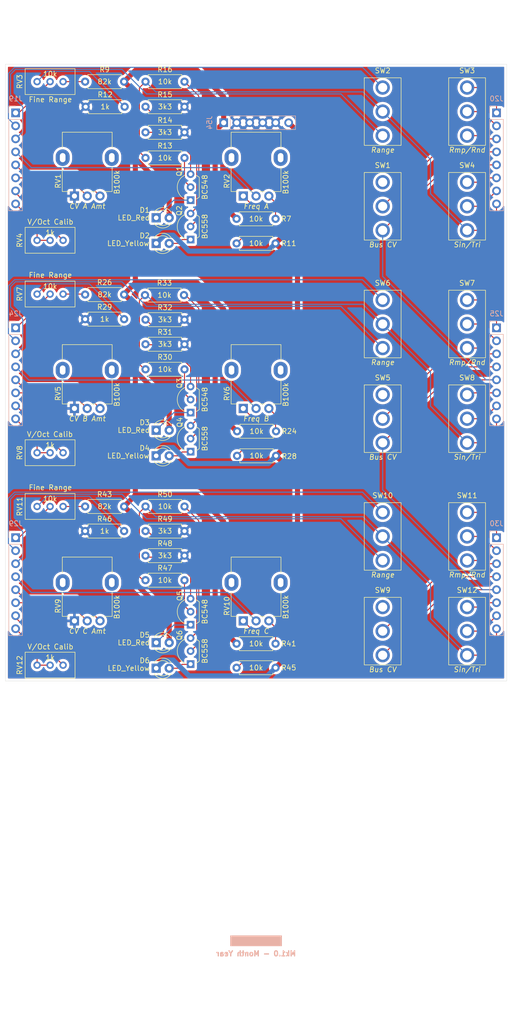
<source format=kicad_pcb>
(kicad_pcb (version 20241229) (generator "pcbnew") (generator_version "9.0")
  (title_block (rev "1") (company "DMH Instruments") (comment 1 "10cm Kosmo format synthesizer module PCB"))
  (layers (0 "F.Cu" signal) (2 "B.Cu" signal) (13 "F.Paste" user) (15 "B.Paste" user) (5 "F.SilkS" user "F.Silkscreen") (7 "B.SilkS" user "B.Silkscreen") (1 "F.Mask" user) (3 "B.Mask" user) (25 "Edge.Cuts" user))
  (net 0 "")
  (net 1 "+12V")
  (net 2 "Net-(D1-K)")
  (net 3 "Net-(D2-A)")
  (net 4 "-12V")
  (net 5 "Net-(D3-K)")
  (net 6 "Net-(D4-A)")
  (net 7 "Net-(D5-K)")
  (net 8 "Net-(D6-A)")
  (net 9 "A_Rng_Sw_p3_C")
  (net 10 "A_VOct_Trim_p12_C")
  (net 11 "A_CV_Amt_Pot_p2_C")
  (net 12 "A_Rng_Sw_p1_C")
  (net 13 "A_CV_Amt_Pot_p3_C")
  (net 14 "A_Freq_Pot_p2_C")
  (net 15 "A_FRng_Trim_p2_C")
  (net 16 "A_VOct_Trim_p3_C")
  (net 17 "A_Sin_C")
  (net 18 "A_Tri_C")
  (net 19 "Bus_CV_C")
  (net 20 "A_Rnd_C")
  (net 21 "A_BusCV_Sw_p2_C")
  (net 22 "A_Rmp_Rnd_Sw_p2_C")
  (net 23 "A_Sin_Tri_Sw_p2_C")
  (net 24 "A_Rmp_C")
  (net 25 "B_Freq_Pot_p2_C")
  (net 26 "B_FRng_Trim_p2_C")
  (net 27 "B_CV_Amt_Pot_p2_C")
  (net 28 "B_Rng_Sw_p1_C")
  (net 29 "B_VOct_Trim_p12_C")
  (net 30 "B_CV_Amt_Pot_p3_C")
  (net 31 "B_Rng_Sw_p3_C")
  (net 32 "B_VOct_Trim_p3_C")
  (net 33 "B_Tri_C")
  (net 34 "B_Sin_C")
  (net 35 "B_BusCV_Sw_p2_C")
  (net 36 "B_Sin_Tri_Sw_p2_C")
  (net 37 "B_Rmp_Rnd_Sw_p2_C")
  (net 38 "B_Rmp_C")
  (net 39 "B_Rnd_C")
  (net 40 "C_VOct_Trim_p3_C")
  (net 41 "C_VOct_Trim_p12_C")
  (net 42 "C_Rng_Sw_p3_C")
  (net 43 "C_CV_Amt_Pot_p3_C")
  (net 44 "C_CV_Amt_Pot_p2_C")
  (net 45 "C_FRng_Trim_p2_C")
  (net 46 "C_Rng_Sw_p1_C")
  (net 47 "C_Freq_Pot_p2_C")
  (net 48 "C_Rnd_C")
  (net 49 "C_Sin_Tri_Sw_p2_C")
  (net 50 "C_Rmp_Rnd_Sw_p2_C")
  (net 51 "C_Tri_C")
  (net 52 "C_Rmp_C")
  (net 53 "C_BusCV_Sw_p2_C")
  (net 54 "C_Sin_C")
  (net 55 "GND")
  (net 56 "Net-(Q1-B)")
  (net 57 "Net-(Q1-E)")
  (net 58 "Net-(Q2-E)")
  (net 59 "Net-(Q2-B)")
  (net 60 "Net-(Q3-B)")
  (net 61 "Net-(Q3-E)")
  (net 62 "Net-(Q4-B)")
  (net 63 "Net-(Q4-E)")
  (net 64 "Net-(Q5-B)")
  (net 65 "Net-(Q5-E)")
  (net 66 "Net-(Q6-E)")
  (net 67 "Net-(Q6-B)")
  (net 68 "Net-(R7-Pad2)")
  (net 69 "Net-(R9-Pad1)")
  (net 70 "Net-(R11-Pad1)")
  (net 71 "Net-(R12-Pad2)")
  (net 72 "Net-(R24-Pad2)")
  (net 73 "Net-(R26-Pad1)")
  (net 74 "Net-(R28-Pad1)")
  (net 75 "Net-(R29-Pad2)")
  (net 76 "Net-(R41-Pad2)")
  (net 77 "Net-(R43-Pad1)")
  (net 78 "Net-(R45-Pad1)")
  (net 79 "Net-(R46-Pad2)")
  (footprint "Resistor_THT:R_Axial_DIN0207_L6.3mm_D2.5mm_P7.62mm_Horizontal" (layer "F.Cu") (at 96.29 119)
    (property "Reference" "R28")
    (property "Value" "10k")
  )
  (footprint "Resistor_THT:R_Axial_DIN0207_L6.3mm_D2.5mm_P7.62mm_Horizontal" (layer "F.Cu") (at 66.59 45.9)
    (property "Reference" "R9")
    (property "Value" "82k")
  )
  (footprint "SynthStuff:Toggle_Switch_TE" (layer "F.Cu") (at 124.75 51.75)
    (property "Reference" "SW2")
    (property "Value" "SPDT_OnOffOn")
  )
  (footprint "LED_THT:LED_D3.0mm" (layer "F.Cu") (at 80.48 114)
    (property "Reference" "D3")
    (property "Value" "LED_Red")
  )
  (footprint "Resistor_THT:R_Axial_DIN0207_L6.3mm_D2.5mm_P7.62mm_Horizontal" (layer "F.Cu") (at 78.39 133.7)
    (property "Reference" "R49")
    (property "Value" "3k3")
  )
  (footprint "Resistor_THT:R_Axial_DIN0207_L6.3mm_D2.5mm_P7.62mm_Horizontal" (layer "F.Cu") (at 78.39 92.4)
    (property "Reference" "R32")
    (property "Value" "3k3")
  )
  (footprint "Resistor_THT:R_Axial_DIN0207_L6.3mm_D2.5mm_P7.62mm_Horizontal" (layer "F.Cu") (at 66.59 92.3)
    (property "Reference" "R29")
    (property "Value" "1k")
  )
  (footprint "Resistor_THT:R_Axial_DIN0207_L6.3mm_D2.5mm_P7.62mm_Horizontal" (layer "F.Cu") (at 78.39 45.9)
    (property "Reference" "R16")
    (property "Value" "10k")
  )
  (footprint "LED_THT:LED_D3.0mm" (layer "F.Cu") (at 80.48 72.5)
    (property "Reference" "D1")
    (property "Value" "LED_Red")
  )
  (footprint "LED_THT:LED_D3.0mm" (layer "F.Cu") (at 80.48 155.5)
    (property "Reference" "D5")
    (property "Value" "LED_Red")
  )
  (footprint "SynthStuff:Toggle_Switch_TE" (layer "F.Cu") (at 124.75 134.75)
    (property "Reference" "SW10")
    (property "Value" "SPDT_OnOffOn")
  )
  (footprint "Package_TO_SOT_THT:TO-92L_Inline_Wide" (layer "F.Cu") (at 87.2 151.99 90)
    (property "Reference" "Q5")
    (property "Value" "BC548")
  )
  (footprint "Resistor_THT:R_Axial_DIN0207_L6.3mm_D2.5mm_P7.62mm_Horizontal" (layer "F.Cu") (at 78.39 97.2)
    (property "Reference" "R31")
    (property "Value" "3k3")
  )
  (footprint "Resistor_THT:R_Axial_DIN0207_L6.3mm_D2.5mm_P7.62mm_Horizontal" (layer "F.Cu") (at 78.39 50.8)
    (property "Reference" "R15")
    (property "Value" "3k3")
  )
  (footprint "Resistor_THT:R_Axial_DIN0207_L6.3mm_D2.5mm_P7.62mm_Horizontal" (layer "F.Cu") (at 78.39 60.8)
    (property "Reference" "R13")
    (property "Value" "10k")
  )
  (footprint "LED_THT:LED_D3.0mm" (layer "F.Cu") (at 80.48 119)
    (property "Reference" "D4")
    (property "Value" "LED_Yellow")
  )
  (footprint "SynthStuff:Potentiometer_Alpha_RD901F-40-00D_Single_Vertical" (layer "F.Cu") (at 97.5 68.25 90)
    (property "Reference" "RV2")
    (property "Value" "B100k")
  )
  (footprint "SynthStuff:Toggle_Switch_TE" (layer "F.Cu") (at 141.25 111.75)
    (property "Reference" "SW8")
    (property "Value" "SW_SPDT")
  )
  (footprint "Potentiometer_THT:Potentiometer_Bourns_3296W_Vertical" (layer "F.Cu") (at 57.2 45.9 180)
    (property "Reference" "RV3")
    (property "Value" "10k")
  )
  (footprint "SynthStuff:Potentiometer_Alpha_RD901F-40-00D_Single_Vertical" (layer "F.Cu") (at 64.5 151.25 90)
    (property "Reference" "RV9")
    (property "Value" "B100k")
  )
  (footprint "SynthStuff:Potentiometer_Alpha_RD901F-40-00D_Single_Vertical" (layer "F.Cu") (at 97.5 109.75 90)
    (property "Reference" "RV6")
    (property "Value" "B100k")
  )
  (footprint "Resistor_THT:R_Axial_DIN0207_L6.3mm_D2.5mm_P7.62mm_Horizontal" (layer "F.Cu") (at 78.39 138.5)
    (property "Reference" "R48")
    (property "Value" "3k3")
  )
  (footprint "Resistor_THT:R_Axial_DIN0207_L6.3mm_D2.5mm_P7.62mm_Horizontal" (layer "F.Cu") (at 66.59 133.7)
    (property "Reference" "R46")
    (property "Value" "1k")
  )
  (footprint "SynthStuff:Toggle_Switch_TE" (layer "F.Cu") (at 124.75 111.75)
    (property "Reference" "SW5")
    (property "Value" "SW_SPDT")
  )
  (footprint "LED_THT:LED_D3.0mm" (layer "F.Cu") (at 80.48 160.5)
    (property "Reference" "D6")
    (property "Value" "LED_Yellow")
  )
  (footprint "SynthStuff:Toggle_Switch_TE" (layer "F.Cu") (at 141.25 70.25)
    (property "Reference" "SW4")
    (property "Value" "SW_SPDT")
  )
  (footprint "SynthStuff:Toggle_Switch_TE" (layer "F.Cu") (at 141.25 153.25)
    (property "Reference" "SW12")
    (property "Value" "SW_SPDT")
  )
  (footprint "Resistor_THT:R_Axial_DIN0207_L6.3mm_D2.5mm_P7.62mm_Horizontal" (layer "F.Cu") (at 78.29 87.6)
    (property "Reference" "R33")
    (property "Value" "10k")
  )
  (footprint "LED_THT:LED_D3.0mm" (layer "F.Cu") (at 80.48 77.5)
    (property "Reference" "D2")
    (property "Value" "LED_Yellow")
  )
  (footprint "SynthStuff:Toggle_Switch_TE" (layer "F.Cu") (at 124.75 153.25)
    (property "Reference" "SW9")
    (property "Value" "SW_SPDT")
  )
  (footprint "SynthStuff:Toggle_Switch_TE" (layer "F.Cu") (at 141.25 93.25)
    (property "Reference" "SW7")
    (property "Value" "SW_SPDT")
  )
  (footprint "Resistor_THT:R_Axial_DIN0207_L6.3mm_D2.5mm_P7.62mm_Horizontal" (layer "F.Cu") (at 66.59 87.5)
    (property "Reference" "R26")
    (property "Value" "82k")
  )
  (footprint "Potentiometer_THT:Potentiometer_Bourns_3296W_Vertical" (layer "F.Cu") (at 57.2 87.4 180)
    (property "Reference" "RV7")
    (property "Value" "10k")
  )
  (footprint "Potentiometer_THT:Potentiometer_Bourns_3296W_Vertical" (layer "F.Cu") (at 57.2 76.9 180)
    (property "Reference" "RV4")
    (property "Value" "1k")
  )
  (footprint "Resistor_THT:R_Axial_DIN0207_L6.3mm_D2.5mm_P7.62mm_Horizontal" (layer "F.Cu") (at 78.39 128.9)
    (property "Reference" "R50")
    (property "Value" "10k")
  )
  (footprint "SynthStuff:Toggle_Switch_TE" (layer "F.Cu") (at 141.25 134.75)
    (property "Reference" "SW11")
    (property "Value" "SW_SPDT")
  )
  (footprint "Package_TO_SOT_THT:TO-92L_Inline_Wide" (layer "F.Cu") (at 87.2 110.55 90)
    (property "Reference" "Q3")
    (property "Value" "BC548")
  )
  (footprint "Package_TO_SOT_THT:TO-92L_Inline_Wide" (layer "F.Cu") (at 87.2 159.69 90)
    (property "Reference" "Q6")
    (property "Value" "BC558")
  )
  (footprint "Resistor_THT:R_Axial_DIN0207_L6.3mm_D2.5mm_P7.62mm_Horizontal" (layer "F.Cu") (at 66.69 50.8)
    (property "Reference" "R12")
    (property "Value" "1k")
  )
  (footprint "Potentiometer_THT:Potentiometer_Bourns_3296W_Vertical" (layer "F.Cu") (at 57.2 159.9 180)
    (property "Reference" "RV12")
    (property "Value" "1k")
  )
  (footprint "Package_TO_SOT_THT:TO-92L_Inline_Wide" (layer "F.Cu") (at 87.2 76.75 90)
    (property "Reference" "Q2")
    (property "Value" "BC558")
  )
  (footprint "Resistor_THT:R_Axial_DIN0207_L6.3mm_D2.5mm_P7.62mm_Horizontal" (layer "F.Cu") (at 78.39 143.3)
    (property "Reference" "R47")
    (property "Value" "10k")
  )
  (footprint "Potentiometer_THT:Potentiometer_Bourns_3296W_Vertical" (layer "F.Cu") (at 57.2 118.4 180)
    (property "Reference" "RV8")
    (property "Value" "1k")
  )
  (footprint "Resistor_THT:R_Axial_DIN0207_L6.3mm_D2.5mm_P7.62mm_Horizontal" (layer "F.Cu") (at 78.39 55.8)
    (property "Reference" "R14")
    (property "Value" "3k3")
  )
  (footprint "Resistor_THT:R_Axial_DIN0207_L6.3mm_D2.5mm_P7.62mm_Horizontal" (layer "F.Cu") (at 96.19 160.4)
    (property "Reference" "R45")
    (property "Value" "10k")
  )
  (footprint "SynthStuff:Potentiometer_Alpha_RD901F-40-00D_Single_Vertical" (layer "F.Cu") (at 97.5 151.25 90)
    (property "Reference" "RV10")
    (property "Value" "B100k")
  )
  (footprint "Package_TO_SOT_THT:TO-92L_Inline_Wide" (layer "F.Cu") (at 87.2 69.05 90)
    (property "Reference" "Q1")
    (property "Value" "BC548")
  )
  (footprint "Resistor_THT:R_Axial_DIN0207_L6.3mm_D2.5mm_P7.62mm_Horizontal" (layer "F.Cu") (at 96.29 114.2)
    (property "Reference" "R24")
    (property "Value" "10k")
  )
  (footprint "Resistor_THT:R_Axial_DIN0207_L6.3mm_D2.5mm_P7.62mm_Horizontal" (layer "F.Cu") (at 66.59 128.9)
    (property "Reference" "R43")
    (property "Value" "82k")
  )
  (footprint "Resistor_THT:R_Axial_DIN0207_L6.3mm_D2.5mm_P7.62mm_Horizontal" (layer "F.Cu") (at 78.39 102.1)
    (property "Reference" "R30")
    (property "Value" "10k")
  )
  (footprint "SynthStuff:Toggle_Switch_TE" (layer "F.Cu") (at 141.25 51.75)
    (property "Reference" "SW3")
    (property "Value" "SW_SPDT")
  )
  (footprint "SynthStuff:Potentiometer_Alpha_RD901F-40-00D_Single_Vertical" (layer "F.Cu") (at 64.5 68.25 90)
    (property "Reference" "RV1")
    (property "Value" "B100k")
  )
  (footprint "Potentiometer_THT:Potentiometer_Bourns_3296W_Vertical" (layer "F.Cu") (at 57.2 128.9 180)
    (property "Reference" "RV11")
    (property "Value" "10k")
  )
  (footprint "Resistor_THT:R_Axial_DIN0207_L6.3mm_D2.5mm_P7.62mm_Horizontal" (layer "F.Cu") (at 96.19 77.5)
    (property "Reference" "R11")
    (property "Value" "10k")
  )
  (footprint "Resistor_THT:R_Axial_DIN0207_L6.3mm_D2.5mm_P7.62mm_Horizontal" (layer "F.Cu") (at 96.19 155.7)
    (property "Reference" "R41")
    (property "Value" "10k")
  )
  (footprint "Package_TO_SOT_THT:TO-92L_Inline_Wide" (layer "F.Cu") (at 87.2 118.19 90)
    (property "Reference" "Q4")
    (property "Value" "BC558")
  )
  (footprint "SynthStuff:Toggle_Switch_TE" (layer "F.Cu") (at 124.75 70.25)
    (property "Reference" "SW1")
    (property "Value" "SW_SPDT")
  )
  (footprint "SynthStuff:Toggle_Switch_TE" (layer "F.Cu") (at 124.75 93.25)
    (property "Reference" "SW6")
    (property "Value" "SPDT_OnOffOn")
  )
  (footprint "Resistor_THT:R_Axial_DIN0207_L6.3mm_D2.5mm_P7.62mm_Horizontal" (layer "F.Cu") (at 96.19 72.7)
    (property "Reference" "R7")
    (property "Value" "10k")
  )
  (footprint "SynthStuff:Potentiometer_Alpha_RD901F-40-00D_Single_Vertical" (layer "F.Cu") (at 64.5 109.75 90)
    (property "Reference" "RV5")
    (property "Value" "B100k")
  )
  (footprint "Connector_PinSocket_2.54mm:PinSocket_1x08_P2.54mm_Vertical" (layer "B.Cu") (at 53 52 180)
    (property "Reference" "J19")
    (property "Value" "Conn_01x08" (hide yes))
  )
  (footprint "Connector_PinSocket_2.54mm:PinSocket_1x08_P2.54mm_Vertical" (layer "B.Cu") (at 53 135 180)
    (property "Reference" "J29")
    (property "Value" "Conn_01x08" (hide yes))
  )
  (footprint "Connector_PinSocket_2.54mm:PinSocket_1x08_P2.54mm_Vertical" (layer "B.Cu") (at 53 94 180)
    (property "Reference" "J24")
    (property "Value" "Conn_01x08" (hide yes))
  )
  (footprint "Connector_PinSocket_2.54mm:PinSocket_1x06_P2.54mm_Vertical" (layer "B.Cu") (at 93.675 53.925 -90)
    (property "Reference" "J54")
    (property "Value" "Conn_01x06" (hide yes))
  )
  (footprint "Connector_PinSocket_2.54mm:PinSocket_1x08_P2.54mm_Vertical" (layer "B.Cu") (at 147 52 180)
    (property "Reference" "J20")
    (property "Value" "Conn_01x08" (hide yes))
  )
  (footprint "Connector_PinSocket_2.54mm:PinSocket_1x08_P2.54mm_Vertical" (layer "B.Cu") (at 147 94 180)
    (property "Reference" "J25")
    (property "Value" "Conn_01x08" (hide yes))
  )
  (footprint "Connector_PinSocket_2.54mm:PinSocket_1x08_P2.54mm_Vertical" (layer "B.Cu") (at 147 135 180)
    (property "Reference" "J30")
    (property "Value" "Conn_01x08" (hide yes))
  )
  (gr_rect (start 95 212.75) (end 105 214.75) (stroke (width 0.1)) (fill yes) (layer "B.SilkS"))
  (gr_rect (start 51 42.5) (end 149 163) (stroke (width 0.05)) (fill no) (layer "Edge.Cuts"))
  (gr_text "Mk1.0 - Month Year" (at 100 216.25 0) (layer "B.SilkS") (effects (font (size 1 1) (thickness 0.25) (bold yes)) (justify mirror)))
  (segment (start 76.4 60.932735) (end 76.4 84.792) (width 1) (layer "F.Cu") (net 1))
  (segment (start 93.675 136.925) (end 92 138.6) (width 1) (layer "F.Cu") (net 1))
  (segment (start 76.609 126.501) (end 88.301 126.501) (width 1) (layer "F.Cu") (net 1))
  (segment (start 83.02 72.5) (end 83.02 67.552735) (width 1) (layer "F.Cu") (net 1))
  (segment (start 93.675 131.875) (end 93.675 136.925) (width 1) (layer "F.Cu") (net 1))
  (segment (start 83.02 150.552735) (end 76.4 143.932735) (width 1) (layer "F.Cu") (net 1))
  (segment (start 93.675 48.875) (end 93.675 53.925) (width 1) (layer "F.Cu") (net 1))
  (segment (start 92 151.51) (end 96.19 155.7) (width 1) (layer "F.Cu") (net 1))
  (segment (start 74.21 128.9) (end 76.4 126.71) (width 1) (layer "F.Cu") (net 1))
  (segment (start 88.301 126.501) (end 93.675 131.875) (width 1) (layer "F.Cu") (net 1))
  (segment (start 92 138.6) (end 92 151.51) (width 1) (layer "F.Cu") (net 1))
  (segment (start 76.4 89.59) (end 74.21 87.4) (width 1) (layer "F.Cu") (net 1))
  (segment (start 76.4 131.09) (end 74.21 128.9) (width 1) (layer "F.Cu") (net 1))
  (segment (start 83.02 114) (end 83.02 109.052735) (width 1) (layer "F.Cu") (net 1))
  (segment (start 93.675 95.425) (end 92 97.1) (width 1) (layer "F.Cu") (net 1))
  (segment (start 92 97.1) (end 92 110.01) (width 1) (layer "F.Cu") (net 1))
  (segment (start 76.4 85.21) (end 76.4 84.4) (width 1) (layer "F.Cu") (net 1))
  (segment (start 76.609 43.501) (end 88.301 43.501) (width 1) (layer "F.Cu") (net 1))
  (segment (start 76.4 84.792) (end 76.609 85.001) (width 1) (layer "F.Cu") (net 1))
  (segment (start 76.4 102.432735) (end 76.4 89.59) (width 1) (layer "F.Cu") (net 1))
  (segment (start 93.675 90.375) (end 93.675 95.425) (width 1) (layer "F.Cu") (net 1))
  (segment (start 83.02 67.552735) (end 76.4 60.932735) (width 1) (layer "F.Cu") (net 1))
  (segment (start 92 68.51) (end 96.19 72.7) (width 1) (layer "F.Cu") (net 1))
  (segment (start 92 55.6) (end 92 68.51) (width 1) (layer "F.Cu") (net 1))
  (segment (start 88.301 85.001) (end 93.675 90.375) (width 1) (layer "F.Cu") (net 1))
  (segment (start 88.301 43.501) (end 93.675 48.875) (width 1) (layer "F.Cu") (net 1))
  (segment (start 83.02 155.5) (end 83.02 150.552735) (width 1) (layer "F.Cu") (net 1))
  (segment (start 76.4 60.932735) (end 76.4 48.09) (width 1) (layer "F.Cu") (net 1))
  (segment (start 76.4 126.292) (end 76.609 126.501) (width 1) (layer "F.Cu") (net 1))
  (segment (start 76.4 143.932735) (end 76.4 131.09) (width 1) (layer "F.Cu") (net 1))
  (segment (start 76.4 48.09) (end 74.21 45.9) (width 1) (layer "F.Cu") (net 1))
  (segment (start 76.609 85.001) (end 88.301 85.001) (width 1) (layer "F.Cu") (net 1))
  (segment (start 74.21 45.9) (end 76.609 43.501) (width 1) (layer "F.Cu") (net 1))
  (segment (start 76.4 102.432735) (end 76.4 126.292) (width 1) (layer "F.Cu") (net 1))
  (segment (start 83.02 109.052735) (end 76.4 102.432735) (width 1) (layer "F.Cu") (net 1))
  (segment (start 76.4 126.71) (end 76.4 126.292) (width 1) (layer "F.Cu") (net 1))
  (segment (start 92 110.01) (end 96.19 114.2) (width 1) (layer "F.Cu") (net 1))
  (segment (start 93.675 53.925) (end 92 55.6) (width 1) (layer "F.Cu") (net 1))
  (segment (start 74.21 87.4) (end 76.4 85.21) (width 1) (layer "F.Cu") (net 1))
  (segment (start 80.48 72.5) (end 83.93 69.05) (width 0.2) (layer "B.Cu") (net 2))
  (segment (start 83.93 69.05) (end 87.2 69.05) (width 0.2) (layer "B.Cu") (net 2))
  (segment (start 84.8 77.5) (end 85.55 76.75) (width 0.2) (layer "F.Cu") (net 3))
  (segment (start 85.55 76.75) (end 87.2 76.75) (width 0.2) (layer "F.Cu") (net 3))
  (segment (start 83.02 77.5) (end 84.8 77.5) (width 0.2) (layer "F.Cu") (net 3))
  (segment (start 108.1 123.19) (end 108.1 156.11) (width 1) (layer "F.Cu") (net 4))
  (segment (start 108.1 73.21) (end 103.81 77.5) (width 1) (layer "F.Cu") (net 4))
  (segment (start 103.91 119) (end 108.1 123.19) (width 1) (layer "F.Cu") (net 4))
  (segment (start 108.1 156.11) (end 103.81 160.4) (width 1) (layer "F.Cu") (net 4))
  (segment (start 108.1 114.81) (end 108.1 81.79) (width 1) (layer "F.Cu") (net 4))
  (segment (start 106.375 53.925) (end 108.1 55.65) (width 1) (layer "F.Cu") (net 4))
  (segment (start 108.1 81.79) (end 103.81 77.5) (width 1) (layer "F.Cu") (net 4))
  (segment (start 108.1 55.65) (end 108.1 73.21) (width 1) (layer "F.Cu") (net 4))
  (segment (start 103.91 119) (end 108.1 114.81) (width 1) (layer "F.Cu") (net 4))
  (segment (start 102.211 161.999) (end 103.81 160.4) (width 1) (layer "B.Cu") (net 4))
  (segment (start 83.799 75.899) (end 82.081 75.899) (width 1) (layer "B.Cu") (net 4))
  (segment (start 82.081 117.399) (end 80.48 119) (width 1) (layer "B.Cu") (net 4))
  (segment (start 86.901 120.501) (end 83.799 117.399) (width 1) (layer "B.Cu") (net 4))
  (segment (start 103.91 119) (end 102.409 120.501) (width 1) (layer "B.Cu") (net 4))
  (segment (start 102.409 120.501) (end 86.901 120.501) (width 1) (layer "B.Cu") (net 4))
  (segment (start 102.309 79.001) (end 86.901 79.001) (width 1) (layer "B.Cu") (net 4))
  (segment (start 86.901 79.001) (end 83.799 75.899) (width 1) (layer "B.Cu") (net 4))
  (segment (start 82.081 75.899) (end 80.48 77.5) (width 1) (layer "B.Cu") (net 4))
  (segment (start 82.081 158.899) (end 80.48 160.5) (width 1) (layer "B.Cu") (net 4))
  (segment (start 86.899 161.999) (end 83.799 158.899) (width 1) (layer "B.Cu") (net 4))
  (segment (start 83.799 158.899) (end 82.081 158.899) (width 1) (layer "B.Cu") (net 4))
  (segment (start 103.81 77.5) (end 102.309 79.001) (width 1) (layer "B.Cu") (net 4))
  (segment (start 86.899 161.999) (end 102.211 161.999) (width 1) (layer "B.Cu") (net 4))
  (segment (start 83.799 117.399) (end 82.081 117.399) (width 1) (layer "B.Cu") (net 4))
  (segment (start 83.93 110.55) (end 87.2 110.55) (width 0.2) (layer "B.Cu") (net 5))
  (segment (start 80.48 114) (end 83.93 110.55) (width 0.2) (layer "B.Cu") (net 5))
  (segment (start 84.8 119) (end 85.55 118.25) (width 0.2) (layer "F.Cu") (net 6))
  (segment (start 85.55 118.25) (end 87.2 118.25) (width 0.2) (layer "F.Cu") (net 6))
  (segment (start 83.02 119) (end 84.8 119) (width 0.2) (layer "F.Cu") (net 6))
  (segment (start 80.48 155.5) (end 83.93 152.05) (width 0.2) (layer "B.Cu") (net 7))
  (segment (start 83.93 152.05) (end 87.2 152.05) (width 0.2) (layer "B.Cu") (net 7))
  (segment (start 85.53 159.75) (end 87.18 159.75) (width 0.2) (layer "F.Cu") (net 8))
  (segment (start 84.78 160.5) (end 85.53 159.75) (width 0.2) (layer "F.Cu") (net 8))
  (segment (start 83 160.5) (end 84.78 160.5) (width 0.2) (layer "F.Cu") (net 8))
  (segment (start 120.801 43.101) (end 124.75 47.05) (width 0.2) (layer "B.Cu") (net 9))
  (segment (start 51.601 53.141) (end 51.601 44.299) (width 0.2) (layer "B.Cu") (net 9))
  (segment (start 53 54.54) (end 51.601 53.141) (width 0.2) (layer "B.Cu") (net 9))
  (segment (start 51.601 44.299) (end 52.799 43.101) (width 0.2) (layer "B.Cu") (net 9))
  (segment (start 52.799 43.101) (end 120.801 43.101) (width 0.2) (layer "B.Cu") (net 9))
  (segment (start 57.2 73.98) (end 53 69.78) (width 0.2) (layer "F.Cu") (net 10))
  (segment (start 57.2 76.9) (end 59.74 76.9) (width 0.2) (layer "F.Cu") (net 10))
  (segment (start 57.2 76.9) (end 57.2 73.98) (width 0.2) (layer "F.Cu") (net 10))
  (segment (start 67 68.25) (end 63.45 64.7) (width 0.2) (layer "F.Cu") (net 11))
  (segment (start 63.45 64.7) (end 53 64.7) (width 0.2) (layer "F.Cu") (net 11))
  (segment (start 52.002 44.4651) (end 52.9651 43.502) (width 0.2) (layer "B.Cu") (net 12))
  (segment (start 73.802 43.502) (end 78.6 48.3) (width 0.2) (layer "B.Cu") (net 12))
  (segment (start 53 57.08) (end 54.4 55.68) (width 0.2) (layer "B.Cu") (net 12))
  (segment (start 54.4 50.8) (end 52.002 48.402) (width 0.2) (layer "B.Cu") (net 12))
  (segment (start 53 57.08) (end 53.111013 57.08) (width 0.2) (layer "B.Cu") (net 12))
  (segment (start 52.9651 43.502) (end 73.802 43.502) (width 0.2) (layer "B.Cu") (net 12))
  (segment (start 116.6 48.3) (end 124.75 56.45) (width 0.2) (layer "B.Cu") (net 12))
  (segment (start 78.6 48.3) (end 116.6 48.3) (width 0.2) (layer "B.Cu") (net 12))
  (segment (start 54.4 55.68) (end 54.4 50.8) (width 0.2) (layer "B.Cu") (net 12))
  (segment (start 52.002 48.402) (end 52.002 44.4651) (width 0.2) (layer "B.Cu") (net 12))
  (segment (start 64.95 63.7) (end 69.5 68.25) (width 0.2) (layer "F.Cu") (net 13))
  (segment (start 53 62.16) (end 54.54 63.7) (width 0.2) (layer "F.Cu") (net 13))
  (segment (start 54.54 63.7) (end 64.95 63.7) (width 0.2) (layer "F.Cu") (net 13))
  (segment (start 56.08 62.7) (end 94.45 62.7) (width 0.2) (layer "B.Cu") (net 14))
  (segment (start 94.45 62.7) (end 100 68.25) (width 0.2) (layer "B.Cu") (net 14))
  (segment (start 53 59.62) (end 56.08 62.7) (width 0.2) (layer "B.Cu") (net 14))
  (segment (start 53.64 52) (end 59.74 45.9) (width 0.2) (layer "F.Cu") (net 15))
  (segment (start 53 52) (end 53.64 52) (width 0.2) (layer "F.Cu") (net 15))
  (segment (start 53 67.62) (end 53 67.24) (width 0.2) (layer "F.Cu") (net 16))
  (segment (start 62.28 76.9) (end 53 67.62) (width 0.2) (layer "F.Cu") (net 16))
  (segment (start 141.25 65.55) (end 144.05 65.55) (width 0.2) (layer "F.Cu") (net 17))
  (segment (start 144.9 64.7) (end 147 64.7) (width 0.2) (layer "F.Cu") (net 17))
  (segment (start 144.05 65.55) (end 144.9 64.7) (width 0.2) (layer "F.Cu") (net 17))
  (segment (start 141.25 74.95) (end 143.75 74.95) (width 0.2) (layer "F.Cu") (net 18))
  (segment (start 77.2 59.61) (end 77.2 47.09) (width 0.2) (layer "F.Cu") (net 18))
  (segment (start 143.75 74.95) (end 147 71.7) (width 0.2) (layer "F.Cu") (net 18))
  (segment (start 147 71.7) (end 147 69.78) (width 0.2) (layer "F.Cu") (net 18))
  (segment (start 77.2 47.09) (end 78.39 45.9) (width 0.2) (layer "F.Cu") (net 18))
  (segment (start 78.39 60.8) (end 77.2 59.61) (width 0.2) (layer "F.Cu") (net 18))
  (segment (start 134.1 61.1) (end 134.1 67.8) (width 0.2) (layer "B.Cu") (net 18))
  (segment (start 80.389 47.899) (end 120.899 47.899) (width 0.2) (layer "B.Cu") (net 18))
  (segment (start 78.39 45.9) (end 80.389 47.899) (width 0.2) (layer "B.Cu") (net 18))
  (segment (start 134.1 67.8) (end 141.25 74.95) (width 0.2) (layer "B.Cu") (net 18))
  (segment (start 124.75 51.75) (end 134.1 61.1) (width 0.2) (layer "B.Cu") (net 18))
  (segment (start 120.899 47.899) (end 124.75 51.75) (width 0.2) (layer "B.Cu") (net 18))
  (segment (start 124.75 74.95) (end 137.54 62.16) (width 0.2) (layer "F.Cu") (net 19))
  (segment (start 137.54 145.16) (end 147 145.16) (width 0.2) (layer "F.Cu") (net 19))
  (segment (start 124.75 116.45) (end 137.04 104.16) (width 0.2) (layer "F.Cu") (net 19))
  (segment (start 137.04 104.16) (end 147 104.16) (width 0.2) (layer "F.Cu") (net 19))
  (segment (start 137.54 62.16) (end 147 62.16) (width 0.2) (layer "F.Cu") (net 19))
  (segment (start 124.75 157.95) (end 137.54 145.16) (width 0.2) (layer "F.Cu") (net 19))
  (segment (start 144.96 104.16) (end 147 104.16) (width 0.2) (layer "B.Cu") (net 19))
  (segment (start 124.75 74.95) (end 124.75 83.95) (width 0.2) (layer "B.Cu") (net 19))
  (segment (start 124.75 83.95) (end 144.96 104.16) (width 0.2) (layer "B.Cu") (net 19))
  (segment (start 124.75 116.45) (end 124.75 125.65) (width 0.2) (layer "B.Cu") (net 19))
  (segment (start 124.75 125.65) (end 144.26 145.16) (width 0.2) (layer "B.Cu") (net 19))
  (segment (start 144.26 145.16) (end 147 145.16) (width 0.2) (layer "B.Cu") (net 19))
  (segment (start 141.25 56.45) (end 144.25 56.45) (width 0.2) (layer "F.Cu") (net 20))
  (segment (start 144.25 56.45) (end 144.88 57.08) (width 0.2) (layer "F.Cu") (net 20))
  (segment (start 144.88 57.08) (end 147 57.08) (width 0.2) (layer "F.Cu") (net 20))
  (segment (start 124.75 70.25) (end 135.38 59.62) (width 0.2) (layer "F.Cu") (net 21))
  (segment (start 135.38 59.62) (end 147 59.62) (width 0.2) (layer "F.Cu") (net 21))
  (segment (start 147 54.54) (end 144.21 51.75) (width 0.2) (layer "F.Cu") (net 22))
  (segment (start 144.21 51.75) (end 141.25 51.75) (width 0.2) (layer "F.Cu") (net 22))
  (segment (start 141.25 70.25) (end 143.99 70.25) (width 0.2) (layer "F.Cu") (net 23))
  (segment (start 143.99 70.25) (end 147 67.24) (width 0.2) (layer "F.Cu") (net 23))
  (segment (start 143.65 47.05) (end 141.25 47.05) (width 0.2) (layer "F.Cu") (net 24))
  (segment (start 147 50.4) (end 143.65 47.05) (width 0.2) (layer "F.Cu") (net 24))
  (segment (start 147 52) (end 147 50.4) (width 0.2) (layer "F.Cu") (net 24))
  (segment (start 55.58 104.2) (end 94.45 104.2) (width 0.2) (layer "B.Cu") (net 25))
  (segment (start 94.45 104.2) (end 100 109.75) (width 0.2) (layer "B.Cu") (net 25))
  (segment (start 53 101.62) (end 55.58 104.2) (width 0.2) (layer "B.Cu") (net 25))
  (segment (start 53.64 93.5) (end 59.74 87.4) (width 0.2) (layer "F.Cu") (net 26))
  (segment (start 53 93.5) (end 53.64 93.5) (width 0.2) (layer "F.Cu") (net 26))
  (segment (start 63.95 106.7) (end 53 106.7) (width 0.2) (layer "F.Cu") (net 27))
  (segment (start 67 109.75) (end 63.95 106.7) (width 0.2) (layer "F.Cu") (net 27))
  (segment (start 116.6 89.8) (end 124.75 97.95) (width 0.2) (layer "B.Cu") (net 28))
  (segment (start 52.9651 85.002) (end 73.802 85.002) (width 0.2) (layer "B.Cu") (net 28))
  (segment (start 73.802 85.002) (end 78.6 89.8) (width 0.2) (layer "B.Cu") (net 28))
  (segment (start 78.6 89.8) (end 116.6 89.8) (width 0.2) (layer "B.Cu") (net 28))
  (segment (start 52.002 89.902) (end 52.002 85.9651) (width 0.2) (layer "B.Cu") (net 28))
  (segment (start 52.002 85.9651) (end 52.9651 85.002) (width 0.2) (layer "B.Cu") (net 28))
  (segment (start 54.4 92.3) (end 52.002 89.902) (width 0.2) (layer "B.Cu") (net 28))
  (segment (start 54.4 97.68) (end 54.4 92.3) (width 0.2) (layer "B.Cu") (net 28))
  (segment (start 53 99.08) (end 54.4 97.68) (width 0.2) (layer "B.Cu") (net 28))
  (segment (start 57.2 118.4) (end 59.74 118.4) (width 0.2) (layer "F.Cu") (net 29))
  (segment (start 57.2 115.98) (end 53 111.78) (width 0.2) (layer "F.Cu") (net 29))
  (segment (start 57.2 118.4) (end 57.2 115.98) (width 0.2) (layer "F.Cu") (net 29))
  (segment (start 64.95 105.2) (end 69.5 109.75) (width 0.2) (layer "F.Cu") (net 30))
  (segment (start 54.04 105.2) (end 64.95 105.2) (width 0.2) (layer "F.Cu") (net 30))
  (segment (start 53 104.16) (end 54.04 105.2) (width 0.2) (layer "F.Cu") (net 30))
  (segment (start 51.601 85.799) (end 52.799 84.601) (width 0.2) (layer "B.Cu") (net 31))
  (segment (start 120.801 84.601) (end 124.75 88.55) (width 0.2) (layer "B.Cu") (net 31))
  (segment (start 52.799 84.601) (end 120.801 84.601) (width 0.2) (layer "B.Cu") (net 31))
  (segment (start 53 96.04) (end 52.75 96.29) (width 0.2) (layer "B.Cu") (net 31))
  (segment (start 52.75 96.29) (end 51.601 95.141) (width 0.2) (layer "B.Cu") (net 31))
  (segment (start 51.601 95.141) (end 51.601 85.799) (width 0.2) (layer "B.Cu") (net 31))
  (segment (start 53 109.12) (end 53 108.74) (width 0.2) (layer "F.Cu") (net 32))
  (segment (start 62.28 118.4) (end 53 109.12) (width 0.2) (layer "F.Cu") (net 32))
  (segment (start 147 113.9) (end 147 111.28) (width 0.2) (layer "F.Cu") (net 33))
  (segment (start 141.25 116.45) (end 144.45 116.45) (width 0.2) (layer "F.Cu") (net 33))
  (segment (start 78.39 102.3) (end 77.2 101.11) (width 0.2) (layer "F.Cu") (net 33))
  (segment (start 144.45 116.45) (end 147 113.9) (width 0.2) (layer "F.Cu") (net 33))
  (segment (start 77.2 88.69) (end 78.39 87.5) (width 0.2) (layer "F.Cu") (net 33))
  (segment (start 77.2 101.11) (end 77.2 88.69) (width 0.2) (layer "F.Cu") (net 33))
  (segment (start 78.39 87.5) (end 78.39 87.4) (width 0.2) (layer "F.Cu") (net 33))
  (segment (start 124.75 93.25) (end 134.1 102.6) (width 0.2) (layer "B.Cu") (net 33))
  (segment (start 134.1 109.3) (end 141.25 116.45) (width 0.2) (layer "B.Cu") (net 33))
  (segment (start 120.899 89.399) (end 124.75 93.25) (width 0.2) (layer "B.Cu") (net 33))
  (segment (start 134.1 102.6) (end 134.1 109.3) (width 0.2) (layer "B.Cu") (net 33))
  (segment (start 78.39 87.4) (end 80.389 89.399) (width 0.2) (layer "B.Cu") (net 33))
  (segment (start 80.389 89.399) (end 120.899 89.399) (width 0.2) (layer "B.Cu") (net 33))
  (segment (start 141.25 107.05) (end 141.6 106.7) (width 0.2) (layer "F.Cu") (net 34))
  (segment (start 141.6 106.7) (end 147 106.7) (width 0.2) (layer "F.Cu") (net 34))
  (segment (start 134.88 101.62) (end 147 101.62) (width 0.2) (layer "F.Cu") (net 35))
  (segment (start 124.75 111.75) (end 134.88 101.62) (width 0.2) (layer "F.Cu") (net 35))
  (segment (start 141.25 111.75) (end 144.49 111.75) (width 0.2) (layer "F.Cu") (net 36))
  (segment (start 144.49 111.75) (end 147 109.24) (width 0.2) (layer "F.Cu") (net 36))
  (segment (start 147 96.54) (end 143.71 93.25) (width 0.2) (layer "F.Cu") (net 37))
  (segment (start 143.71 93.25) (end 141.25 93.25) (width 0.2) (layer "F.Cu") (net 37))
  (segment (start 143.65 88.55) (end 141.25 88.55) (width 0.2) (layer "F.Cu") (net 38))
  (segment (start 147 94) (end 147 91.9) (width 0.2) (layer "F.Cu") (net 38))
  (segment (start 147 91.9) (end 143.65 88.55) (width 0.2) (layer "F.Cu") (net 38))
  (segment (start 143.85 97.95) (end 144.98 99.08) (width 0.2) (layer "F.Cu") (net 39))
  (segment (start 144.98 99.08) (end 147 99.08) (width 0.2) (layer "F.Cu") (net 39))
  (segment (start 141.25 97.95) (end 143.85 97.95) (width 0.2) (layer "F.Cu") (net 39))
  (segment (start 53 150.62) (end 53 150.24) (width 0.2) (layer "F.Cu") (net 40))
  (segment (start 62.28 159.9) (end 53 150.62) (width 0.2) (layer "F.Cu") (net 40))
  (segment (start 57.2 156.98) (end 53 152.78) (width 0.2) (layer "F.Cu") (net 41))
  (segment (start 57.2 159.9) (end 59.74 159.9) (width 0.2) (layer "F.Cu") (net 41))
  (segment (start 57.2 159.9) (end 57.2 156.98) (width 0.2) (layer "F.Cu") (net 41))
  (segment (start 52.799 126.101) (end 120.801 126.101) (width 0.2) (layer "B.Cu") (net 42))
  (segment (start 51.601 127.299) (end 52.799 126.101) (width 0.2) (layer "B.Cu") (net 42))
  (segment (start 53 137.54) (end 51.601 136.141) (width 0.2) (layer "B.Cu") (net 42))
  (segment (start 120.801 126.101) (end 124.75 130.05) (width 0.2) (layer "B.Cu") (net 42))
  (segment (start 51.601 136.141) (end 51.601 127.299) (width 0.2) (layer "B.Cu") (net 42))
  (segment (start 53 145.16) (end 54.54 146.7) (width 0.2) (layer "F.Cu") (net 43))
  (segment (start 64.95 146.7) (end 69.5 151.25) (width 0.2) (layer "F.Cu") (net 43))
  (segment (start 54.54 146.7) (end 64.95 146.7) (width 0.2) (layer "F.Cu") (net 43))
  (segment (start 63.45 147.7) (end 53 147.7) (width 0.2) (layer "F.Cu") (net 44))
  (segment (start 67 151.25) (end 63.45 147.7) (width 0.2) (layer "F.Cu") (net 44))
  (segment (start 53 135) (end 53.64 135) (width 0.2) (layer "F.Cu") (net 45))
  (segment (start 53.64 135) (end 59.74 128.9) (width 0.2) (layer "F.Cu") (net 45))
  (segment (start 52.002 131.402) (end 52.002 127.4651) (width 0.2) (layer "B.Cu") (net 46))
  (segment (start 116.6 131.3) (end 124.75 139.45) (width 0.2) (layer "B.Cu") (net 46))
  (segment (start 52.9651 126.502) (end 73.802 126.502) (width 0.2) (layer "B.Cu") (net 46))
  (segment (start 78.6 131.3) (end 116.6 131.3) (width 0.2) (layer "B.Cu") (net 46))
  (segment (start 52.002 127.4651) (end 52.9651 126.502) (width 0.2) (layer "B.Cu") (net 46))
  (segment (start 54.4 138.68) (end 54.4 133.8) (width 0.2) (layer "B.Cu") (net 46))
  (segment (start 53 140.08) (end 54.4 138.68) (width 0.2) (layer "B.Cu") (net 46))
  (segment (start 53 140.08) (end 53.111013 140.08) (width 0.2) (layer "B.Cu") (net 46))
  (segment (start 73.802 126.502) (end 78.6 131.3) (width 0.2) (layer "B.Cu") (net 46))
  (segment (start 54.4 133.8) (end 52.002 131.402) (width 0.2) (layer "B.Cu") (net 46))
  (segment (start 56.08 145.7) (end 94.45 145.7) (width 0.2) (layer "B.Cu") (net 47))
  (segment (start 94.45 145.7) (end 100 151.25) (width 0.2) (layer "B.Cu") (net 47))
  (segment (start 53 142.62) (end 56.08 145.7) (width 0.2) (layer "B.Cu") (net 47))
  (segment (start 141.25 139.45) (end 144.25 139.45) (width 0.2) (layer "F.Cu") (net 48))
  (segment (start 144.25 139.45) (end 144.88 140.08) (width 0.2) (layer "F.Cu") (net 48))
  (segment (start 144.88 140.08) (end 147 140.08) (width 0.2) (layer "F.Cu") (net 48))
  (segment (start 141.25 153.25) (end 143.99 153.25) (width 0.2) (layer "F.Cu") (net 49))
  (segment (start 143.99 153.25) (end 147 150.24) (width 0.2) (layer "F.Cu") (net 49))
  (segment (start 144.21 134.75) (end 141.25 134.75) (width 0.2) (layer "F.Cu") (net 50))
  (segment (start 147 137.54) (end 144.21 134.75) (width 0.2) (layer "F.Cu") (net 50))
  (segment (start 143.75 157.95) (end 147 154.7) (width 0.2) (layer "F.Cu") (net 51))
  (segment (start 141.25 157.95) (end 143.75 157.95) (width 0.2) (layer "F.Cu") (net 51))
  (segment (start 78.39 143.8) (end 77.2 142.61) (width 0.2) (layer "F.Cu") (net 51))
  (segment (start 77.2 130.09) (end 78.39 128.9) (width 0.2) (layer "F.Cu") (net 51))
  (segment (start 147 154.7) (end 147 152.78) (width 0.2) (layer "F.Cu") (net 51))
  (segment (start 77.2 142.61) (end 77.2 130.09) (width 0.2) (layer "F.Cu") (net 51))
  (segment (start 134.1 150.8) (end 141.25 157.95) (width 0.2) (layer "B.Cu") (net 51))
  (segment (start 78.39 128.9) (end 80.389 130.899) (width 0.2) (layer "B.Cu") (net 51))
  (segment (start 124.75 134.75) (end 134.1 144.1) (width 0.2) (layer "B.Cu") (net 51))
  (segment (start 120.899 130.899) (end 124.75 134.75) (width 0.2) (layer "B.Cu") (net 51))
  (segment (start 134.1 144.1) (end 134.1 150.8) (width 0.2) (layer "B.Cu") (net 51))
  (segment (start 80.389 130.899) (end 120.899 130.899) (width 0.2) (layer "B.Cu") (net 51))
  (segment (start 143.65 130.05) (end 141.25 130.05) (width 0.2) (layer "F.Cu") (net 52))
  (segment (start 147 133.4) (end 143.65 130.05) (width 0.2) (layer "F.Cu") (net 52))
  (segment (start 147 135) (end 147 133.4) (width 0.2) (layer "F.Cu") (net 52))
  (segment (start 135.38 142.62) (end 147 142.62) (width 0.2) (layer "F.Cu") (net 53))
  (segment (start 124.75 153.25) (end 135.38 142.62) (width 0.2) (layer "F.Cu") (net 53))
  (segment (start 141.25 148.55) (end 144.05 148.55) (width 0.2) (layer "F.Cu") (net 54))
  (segment (start 144.9 147.7) (end 147 147.7) (width 0.2) (layer "F.Cu") (net 54))
  (segment (start 144.05 148.55) (end 144.9 147.7) (width 0.2) (layer "F.Cu") (net 54))
  (segment (start 86.01 65.32) (end 87.2 66.51) (width 0.2) (layer "F.Cu") (net 56))
  (segment (start 86.01 60.8) (end 86.01 65.32) (width 0.2) (layer "F.Cu") (net 56))
  (segment (start 87.2 60.1771) (end 87.2 63.97) (width 0.2) (layer "F.Cu") (net 57))
  (segment (start 78.39 55.8) (end 82.8229 55.8) (width 0.2) (layer "F.Cu") (net 57))
  (segment (start 82.8229 55.8) (end 87.2 60.1771) (width 0.2) (layer "F.Cu") (net 57))
  (segment (start 88.4 60.81) (end 88.4 70.47) (width 0.2) (layer "F.Cu") (net 58))
  (segment (start 88.4 70.47) (end 87.2 71.67) (width 0.2) (layer "F.Cu") (net 58))
  (segment (start 78.39 50.8) (end 88.4 60.81) (width 0.2) (layer "F.Cu") (net 58))
  (segment (start 88.8 48.69) (end 88.8 72.61) (width 0.2) (layer "F.Cu") (net 59))
  (segment (start 86.01 45.9) (end 88.8 48.69) (width 0.2) (layer "F.Cu") (net 59))
  (segment (start 88.8 72.61) (end 87.2 74.21) (width 0.2) (layer "F.Cu") (net 59))
  (segment (start 86.01 102.3) (end 86.01 106.82) (width 0.2) (layer "F.Cu") (net 60))
  (segment (start 86.01 106.82) (end 87.2 108.01) (width 0.2) (layer "F.Cu") (net 60))
  (segment (start 87.2 101.6771) (end 87.2 105.47) (width 0.2) (layer "F.Cu") (net 61))
  (segment (start 78.39 97.3) (end 82.8229 97.3) (width 0.2) (layer "F.Cu") (net 61))
  (segment (start 82.8229 97.3) (end 87.2 101.6771) (width 0.2) (layer "F.Cu") (net 61))
  (segment (start 86.01 87.4) (end 88.8 90.19) (width 0.2) (layer "F.Cu") (net 62))
  (segment (start 88.8 90.19) (end 88.8 114.11) (width 0.2) (layer "F.Cu") (net 62))
  (segment (start 88.8 114.11) (end 87.2 115.71) (width 0.2) (layer "F.Cu") (net 62))
  (segment (start 88.4 102.31) (end 88.4 111.97) (width 0.2) (layer "F.Cu") (net 63))
  (segment (start 78.39 92.3) (end 88.4 102.31) (width 0.2) (layer "F.Cu") (net 63))
  (segment (start 88.4 111.97) (end 87.2 113.17) (width 0.2) (layer "F.Cu") (net 63))
  (segment (start 86.01 143.8) (end 86.01 148.32) (width 0.2) (layer "F.Cu") (net 64))
  (segment (start 86.01 148.32) (end 87.2 149.51) (width 0.2) (layer "F.Cu") (net 64))
  (segment (start 87.2 142.6671) (end 87.2 146.97) (width 0.2) (layer "F.Cu") (net 65))
  (segment (start 83.3329 138.8) (end 87.2 142.6671) (width 0.2) (layer "F.Cu") (net 65))
  (segment (start 78.39 138.8) (end 83.3329 138.8) (width 0.2) (layer "F.Cu") (net 65))
  (segment (start 88.4 153.47) (end 87.2 154.67) (width 0.2) (layer "F.Cu") (net 66))
  (segment (start 78.39 133.8) (end 78.9 133.8) (width 0.2) (layer "F.Cu") (net 66))
  (segment (start 88.4 143.3) (end 88.4 153.47) (width 0.2) (layer "F.Cu") (net 66))
  (segment (start 78.9 133.8) (end 88.4 143.3) (width 0.2) (layer "F.Cu") (net 66))
  (segment (start 88.8 155.61) (end 87.2 157.21) (width 0.2) (layer "F.Cu") (net 67))
  (segment (start 88.8 131.69) (end 88.8 155.61) (width 0.2) (layer "F.Cu") (net 67))
  (segment (start 86.01 128.9) (end 88.8 131.69) (width 0.2) (layer "F.Cu") (net 67))
  (segment (start 103.81 69.56) (end 102.5 68.25) (width 0.2) (layer "F.Cu") (net 68))
  (segment (start 103.81 72.7) (end 103.81 69.56) (width 0.2) (layer "F.Cu") (net 68))
  (segment (start 66.59 45.9) (end 62.28 45.9) (width 0.2) (layer "F.Cu") (net 69))
  (segment (start 99.599 74.091) (end 99.599 70.349) (width 0.2) (layer "F.Cu") (net 70))
  (segment (start 96.19 77.5) (end 99.599 74.091) (width 0.2) (layer "F.Cu") (net 70))
  (segment (start 99.599 70.349) (end 97.5 68.25) (width 0.2) (layer "F.Cu") (net 70))
  (segment (start 57.2 45.9) (end 59.197 43.903) (width 0.2) (layer "B.Cu") (net 71))
  (segment (start 67.413 43.903) (end 74.31 50.8) (width 0.2) (layer "B.Cu") (net 71))
  (segment (start 59.197 43.903) (end 67.413 43.903) (width 0.2) (layer "B.Cu") (net 71))
  (segment (start 103.81 114.2) (end 103.81 111.06) (width 0.2) (layer "F.Cu") (net 72))
  (segment (start 103.81 111.06) (end 102.5 109.75) (width 0.2) (layer "F.Cu") (net 72))
  (segment (start 66.59 87.4) (end 62.28 87.4) (width 0.2) (layer "F.Cu") (net 73))
  (segment (start 96.19 119) (end 99.599 115.591) (width 0.2) (layer "F.Cu") (net 74))
  (segment (start 99.599 111.849) (end 97.5 109.75) (width 0.2) (layer "F.Cu") (net 74))
  (segment (start 99.599 115.591) (end 99.599 111.849) (width 0.2) (layer "F.Cu") (net 74))
  (segment (start 67.413 85.403) (end 74.31 92.3) (width 0.2) (layer "B.Cu") (net 75))
  (segment (start 57.2 87.4) (end 59.197 85.403) (width 0.2) (layer "B.Cu") (net 75))
  (segment (start 59.197 85.403) (end 67.413 85.403) (width 0.2) (layer "B.Cu") (net 75))
  (segment (start 103.81 152.56) (end 102.5 151.25) (width 0.2) (layer "F.Cu") (net 76))
  (segment (start 103.81 155.7) (end 103.81 152.56) (width 0.2) (layer "F.Cu") (net 76))
  (segment (start 66.59 128.9) (end 62.28 128.9) (width 0.2) (layer "F.Cu") (net 77))
  (segment (start 99.599 157.091) (end 99.599 153.349) (width 0.2) (layer "F.Cu") (net 78))
  (segment (start 96.19 160.5) (end 99.599 157.091) (width 0.2) (layer "F.Cu") (net 78))
  (segment (start 99.599 153.349) (end 97.5 151.25) (width 0.2) (layer "F.Cu") (net 78))
  (segment (start 59.197 126.903) (end 67.413 126.903) (width 0.2) (layer "B.Cu") (net 79))
  (segment (start 57.2 128.9) (end 59.197 126.903) (width 0.2) (layer "B.Cu") (net 79))
  (segment (start 67.413 126.903) (end 74.31 133.8) (width 0.2) (layer "B.Cu") (net 79))
  (zone (net 55) (net_name "GND") (layers "F.Cu" "B.Cu") (name "Ground_planes") (connect_pads (clearance 0.5)) (min_thickness 0.25) (fill yes (thermal_gap 0.5) (thermal_bridge_width 0.5))
    (polygon (pts (xy 51 42.5) (xy 149 42.5) (xy 149 163) (xy 51 163)))
  )
)
</source>
